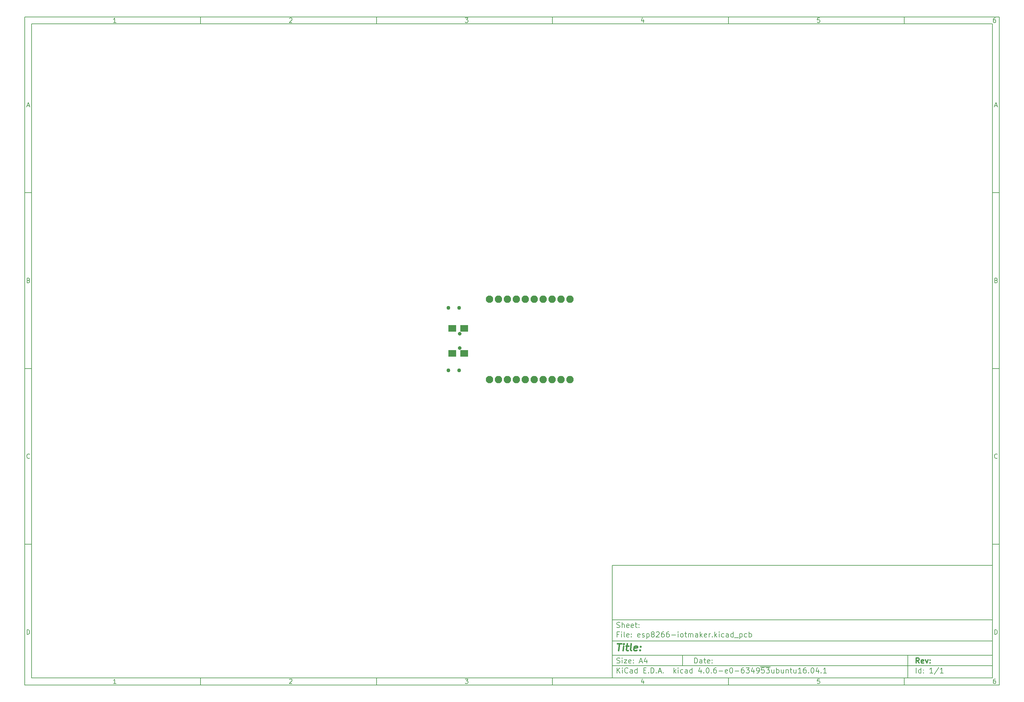
<source format=gbs>
G04 #@! TF.FileFunction,Soldermask,Bot*
%FSLAX46Y46*%
G04 Gerber Fmt 4.6, Leading zero omitted, Abs format (unit mm)*
G04 Created by KiCad (PCBNEW 4.0.6-e0-6349~53~ubuntu16.04.1) date Sun Nov 12 12:03:47 2017*
%MOMM*%
%LPD*%
G01*
G04 APERTURE LIST*
%ADD10C,0.100000*%
%ADD11C,0.150000*%
%ADD12C,0.300000*%
%ADD13C,0.400000*%
%ADD14C,2.100000*%
%ADD15O,2.100000X2.100000*%
%ADD16C,1.100000*%
%ADD17C,1.050000*%
G04 APERTURE END LIST*
D10*
D11*
X177002200Y-166007200D02*
X177002200Y-198007200D01*
X285002200Y-198007200D01*
X285002200Y-166007200D01*
X177002200Y-166007200D01*
D10*
D11*
X10000000Y-10000000D02*
X10000000Y-200007200D01*
X287002200Y-200007200D01*
X287002200Y-10000000D01*
X10000000Y-10000000D01*
D10*
D11*
X12000000Y-12000000D02*
X12000000Y-198007200D01*
X285002200Y-198007200D01*
X285002200Y-12000000D01*
X12000000Y-12000000D01*
D10*
D11*
X60000000Y-12000000D02*
X60000000Y-10000000D01*
D10*
D11*
X110000000Y-12000000D02*
X110000000Y-10000000D01*
D10*
D11*
X160000000Y-12000000D02*
X160000000Y-10000000D01*
D10*
D11*
X210000000Y-12000000D02*
X210000000Y-10000000D01*
D10*
D11*
X260000000Y-12000000D02*
X260000000Y-10000000D01*
D10*
D11*
X35990476Y-11588095D02*
X35247619Y-11588095D01*
X35619048Y-11588095D02*
X35619048Y-10288095D01*
X35495238Y-10473810D01*
X35371429Y-10597619D01*
X35247619Y-10659524D01*
D10*
D11*
X85247619Y-10411905D02*
X85309524Y-10350000D01*
X85433333Y-10288095D01*
X85742857Y-10288095D01*
X85866667Y-10350000D01*
X85928571Y-10411905D01*
X85990476Y-10535714D01*
X85990476Y-10659524D01*
X85928571Y-10845238D01*
X85185714Y-11588095D01*
X85990476Y-11588095D01*
D10*
D11*
X135185714Y-10288095D02*
X135990476Y-10288095D01*
X135557143Y-10783333D01*
X135742857Y-10783333D01*
X135866667Y-10845238D01*
X135928571Y-10907143D01*
X135990476Y-11030952D01*
X135990476Y-11340476D01*
X135928571Y-11464286D01*
X135866667Y-11526190D01*
X135742857Y-11588095D01*
X135371429Y-11588095D01*
X135247619Y-11526190D01*
X135185714Y-11464286D01*
D10*
D11*
X185866667Y-10721429D02*
X185866667Y-11588095D01*
X185557143Y-10226190D02*
X185247619Y-11154762D01*
X186052381Y-11154762D01*
D10*
D11*
X235928571Y-10288095D02*
X235309524Y-10288095D01*
X235247619Y-10907143D01*
X235309524Y-10845238D01*
X235433333Y-10783333D01*
X235742857Y-10783333D01*
X235866667Y-10845238D01*
X235928571Y-10907143D01*
X235990476Y-11030952D01*
X235990476Y-11340476D01*
X235928571Y-11464286D01*
X235866667Y-11526190D01*
X235742857Y-11588095D01*
X235433333Y-11588095D01*
X235309524Y-11526190D01*
X235247619Y-11464286D01*
D10*
D11*
X285866667Y-10288095D02*
X285619048Y-10288095D01*
X285495238Y-10350000D01*
X285433333Y-10411905D01*
X285309524Y-10597619D01*
X285247619Y-10845238D01*
X285247619Y-11340476D01*
X285309524Y-11464286D01*
X285371429Y-11526190D01*
X285495238Y-11588095D01*
X285742857Y-11588095D01*
X285866667Y-11526190D01*
X285928571Y-11464286D01*
X285990476Y-11340476D01*
X285990476Y-11030952D01*
X285928571Y-10907143D01*
X285866667Y-10845238D01*
X285742857Y-10783333D01*
X285495238Y-10783333D01*
X285371429Y-10845238D01*
X285309524Y-10907143D01*
X285247619Y-11030952D01*
D10*
D11*
X60000000Y-198007200D02*
X60000000Y-200007200D01*
D10*
D11*
X110000000Y-198007200D02*
X110000000Y-200007200D01*
D10*
D11*
X160000000Y-198007200D02*
X160000000Y-200007200D01*
D10*
D11*
X210000000Y-198007200D02*
X210000000Y-200007200D01*
D10*
D11*
X260000000Y-198007200D02*
X260000000Y-200007200D01*
D10*
D11*
X35990476Y-199595295D02*
X35247619Y-199595295D01*
X35619048Y-199595295D02*
X35619048Y-198295295D01*
X35495238Y-198481010D01*
X35371429Y-198604819D01*
X35247619Y-198666724D01*
D10*
D11*
X85247619Y-198419105D02*
X85309524Y-198357200D01*
X85433333Y-198295295D01*
X85742857Y-198295295D01*
X85866667Y-198357200D01*
X85928571Y-198419105D01*
X85990476Y-198542914D01*
X85990476Y-198666724D01*
X85928571Y-198852438D01*
X85185714Y-199595295D01*
X85990476Y-199595295D01*
D10*
D11*
X135185714Y-198295295D02*
X135990476Y-198295295D01*
X135557143Y-198790533D01*
X135742857Y-198790533D01*
X135866667Y-198852438D01*
X135928571Y-198914343D01*
X135990476Y-199038152D01*
X135990476Y-199347676D01*
X135928571Y-199471486D01*
X135866667Y-199533390D01*
X135742857Y-199595295D01*
X135371429Y-199595295D01*
X135247619Y-199533390D01*
X135185714Y-199471486D01*
D10*
D11*
X185866667Y-198728629D02*
X185866667Y-199595295D01*
X185557143Y-198233390D02*
X185247619Y-199161962D01*
X186052381Y-199161962D01*
D10*
D11*
X235928571Y-198295295D02*
X235309524Y-198295295D01*
X235247619Y-198914343D01*
X235309524Y-198852438D01*
X235433333Y-198790533D01*
X235742857Y-198790533D01*
X235866667Y-198852438D01*
X235928571Y-198914343D01*
X235990476Y-199038152D01*
X235990476Y-199347676D01*
X235928571Y-199471486D01*
X235866667Y-199533390D01*
X235742857Y-199595295D01*
X235433333Y-199595295D01*
X235309524Y-199533390D01*
X235247619Y-199471486D01*
D10*
D11*
X285866667Y-198295295D02*
X285619048Y-198295295D01*
X285495238Y-198357200D01*
X285433333Y-198419105D01*
X285309524Y-198604819D01*
X285247619Y-198852438D01*
X285247619Y-199347676D01*
X285309524Y-199471486D01*
X285371429Y-199533390D01*
X285495238Y-199595295D01*
X285742857Y-199595295D01*
X285866667Y-199533390D01*
X285928571Y-199471486D01*
X285990476Y-199347676D01*
X285990476Y-199038152D01*
X285928571Y-198914343D01*
X285866667Y-198852438D01*
X285742857Y-198790533D01*
X285495238Y-198790533D01*
X285371429Y-198852438D01*
X285309524Y-198914343D01*
X285247619Y-199038152D01*
D10*
D11*
X10000000Y-60000000D02*
X12000000Y-60000000D01*
D10*
D11*
X10000000Y-110000000D02*
X12000000Y-110000000D01*
D10*
D11*
X10000000Y-160000000D02*
X12000000Y-160000000D01*
D10*
D11*
X10690476Y-35216667D02*
X11309524Y-35216667D01*
X10566667Y-35588095D02*
X11000000Y-34288095D01*
X11433333Y-35588095D01*
D10*
D11*
X11092857Y-84907143D02*
X11278571Y-84969048D01*
X11340476Y-85030952D01*
X11402381Y-85154762D01*
X11402381Y-85340476D01*
X11340476Y-85464286D01*
X11278571Y-85526190D01*
X11154762Y-85588095D01*
X10659524Y-85588095D01*
X10659524Y-84288095D01*
X11092857Y-84288095D01*
X11216667Y-84350000D01*
X11278571Y-84411905D01*
X11340476Y-84535714D01*
X11340476Y-84659524D01*
X11278571Y-84783333D01*
X11216667Y-84845238D01*
X11092857Y-84907143D01*
X10659524Y-84907143D01*
D10*
D11*
X11402381Y-135464286D02*
X11340476Y-135526190D01*
X11154762Y-135588095D01*
X11030952Y-135588095D01*
X10845238Y-135526190D01*
X10721429Y-135402381D01*
X10659524Y-135278571D01*
X10597619Y-135030952D01*
X10597619Y-134845238D01*
X10659524Y-134597619D01*
X10721429Y-134473810D01*
X10845238Y-134350000D01*
X11030952Y-134288095D01*
X11154762Y-134288095D01*
X11340476Y-134350000D01*
X11402381Y-134411905D01*
D10*
D11*
X10659524Y-185588095D02*
X10659524Y-184288095D01*
X10969048Y-184288095D01*
X11154762Y-184350000D01*
X11278571Y-184473810D01*
X11340476Y-184597619D01*
X11402381Y-184845238D01*
X11402381Y-185030952D01*
X11340476Y-185278571D01*
X11278571Y-185402381D01*
X11154762Y-185526190D01*
X10969048Y-185588095D01*
X10659524Y-185588095D01*
D10*
D11*
X287002200Y-60000000D02*
X285002200Y-60000000D01*
D10*
D11*
X287002200Y-110000000D02*
X285002200Y-110000000D01*
D10*
D11*
X287002200Y-160000000D02*
X285002200Y-160000000D01*
D10*
D11*
X285692676Y-35216667D02*
X286311724Y-35216667D01*
X285568867Y-35588095D02*
X286002200Y-34288095D01*
X286435533Y-35588095D01*
D10*
D11*
X286095057Y-84907143D02*
X286280771Y-84969048D01*
X286342676Y-85030952D01*
X286404581Y-85154762D01*
X286404581Y-85340476D01*
X286342676Y-85464286D01*
X286280771Y-85526190D01*
X286156962Y-85588095D01*
X285661724Y-85588095D01*
X285661724Y-84288095D01*
X286095057Y-84288095D01*
X286218867Y-84350000D01*
X286280771Y-84411905D01*
X286342676Y-84535714D01*
X286342676Y-84659524D01*
X286280771Y-84783333D01*
X286218867Y-84845238D01*
X286095057Y-84907143D01*
X285661724Y-84907143D01*
D10*
D11*
X286404581Y-135464286D02*
X286342676Y-135526190D01*
X286156962Y-135588095D01*
X286033152Y-135588095D01*
X285847438Y-135526190D01*
X285723629Y-135402381D01*
X285661724Y-135278571D01*
X285599819Y-135030952D01*
X285599819Y-134845238D01*
X285661724Y-134597619D01*
X285723629Y-134473810D01*
X285847438Y-134350000D01*
X286033152Y-134288095D01*
X286156962Y-134288095D01*
X286342676Y-134350000D01*
X286404581Y-134411905D01*
D10*
D11*
X285661724Y-185588095D02*
X285661724Y-184288095D01*
X285971248Y-184288095D01*
X286156962Y-184350000D01*
X286280771Y-184473810D01*
X286342676Y-184597619D01*
X286404581Y-184845238D01*
X286404581Y-185030952D01*
X286342676Y-185278571D01*
X286280771Y-185402381D01*
X286156962Y-185526190D01*
X285971248Y-185588095D01*
X285661724Y-185588095D01*
D10*
D11*
X200359343Y-193785771D02*
X200359343Y-192285771D01*
X200716486Y-192285771D01*
X200930771Y-192357200D01*
X201073629Y-192500057D01*
X201145057Y-192642914D01*
X201216486Y-192928629D01*
X201216486Y-193142914D01*
X201145057Y-193428629D01*
X201073629Y-193571486D01*
X200930771Y-193714343D01*
X200716486Y-193785771D01*
X200359343Y-193785771D01*
X202502200Y-193785771D02*
X202502200Y-193000057D01*
X202430771Y-192857200D01*
X202287914Y-192785771D01*
X202002200Y-192785771D01*
X201859343Y-192857200D01*
X202502200Y-193714343D02*
X202359343Y-193785771D01*
X202002200Y-193785771D01*
X201859343Y-193714343D01*
X201787914Y-193571486D01*
X201787914Y-193428629D01*
X201859343Y-193285771D01*
X202002200Y-193214343D01*
X202359343Y-193214343D01*
X202502200Y-193142914D01*
X203002200Y-192785771D02*
X203573629Y-192785771D01*
X203216486Y-192285771D02*
X203216486Y-193571486D01*
X203287914Y-193714343D01*
X203430772Y-193785771D01*
X203573629Y-193785771D01*
X204645057Y-193714343D02*
X204502200Y-193785771D01*
X204216486Y-193785771D01*
X204073629Y-193714343D01*
X204002200Y-193571486D01*
X204002200Y-193000057D01*
X204073629Y-192857200D01*
X204216486Y-192785771D01*
X204502200Y-192785771D01*
X204645057Y-192857200D01*
X204716486Y-193000057D01*
X204716486Y-193142914D01*
X204002200Y-193285771D01*
X205359343Y-193642914D02*
X205430771Y-193714343D01*
X205359343Y-193785771D01*
X205287914Y-193714343D01*
X205359343Y-193642914D01*
X205359343Y-193785771D01*
X205359343Y-192857200D02*
X205430771Y-192928629D01*
X205359343Y-193000057D01*
X205287914Y-192928629D01*
X205359343Y-192857200D01*
X205359343Y-193000057D01*
D10*
D11*
X177002200Y-194507200D02*
X285002200Y-194507200D01*
D10*
D11*
X178359343Y-196585771D02*
X178359343Y-195085771D01*
X179216486Y-196585771D02*
X178573629Y-195728629D01*
X179216486Y-195085771D02*
X178359343Y-195942914D01*
X179859343Y-196585771D02*
X179859343Y-195585771D01*
X179859343Y-195085771D02*
X179787914Y-195157200D01*
X179859343Y-195228629D01*
X179930771Y-195157200D01*
X179859343Y-195085771D01*
X179859343Y-195228629D01*
X181430772Y-196442914D02*
X181359343Y-196514343D01*
X181145057Y-196585771D01*
X181002200Y-196585771D01*
X180787915Y-196514343D01*
X180645057Y-196371486D01*
X180573629Y-196228629D01*
X180502200Y-195942914D01*
X180502200Y-195728629D01*
X180573629Y-195442914D01*
X180645057Y-195300057D01*
X180787915Y-195157200D01*
X181002200Y-195085771D01*
X181145057Y-195085771D01*
X181359343Y-195157200D01*
X181430772Y-195228629D01*
X182716486Y-196585771D02*
X182716486Y-195800057D01*
X182645057Y-195657200D01*
X182502200Y-195585771D01*
X182216486Y-195585771D01*
X182073629Y-195657200D01*
X182716486Y-196514343D02*
X182573629Y-196585771D01*
X182216486Y-196585771D01*
X182073629Y-196514343D01*
X182002200Y-196371486D01*
X182002200Y-196228629D01*
X182073629Y-196085771D01*
X182216486Y-196014343D01*
X182573629Y-196014343D01*
X182716486Y-195942914D01*
X184073629Y-196585771D02*
X184073629Y-195085771D01*
X184073629Y-196514343D02*
X183930772Y-196585771D01*
X183645058Y-196585771D01*
X183502200Y-196514343D01*
X183430772Y-196442914D01*
X183359343Y-196300057D01*
X183359343Y-195871486D01*
X183430772Y-195728629D01*
X183502200Y-195657200D01*
X183645058Y-195585771D01*
X183930772Y-195585771D01*
X184073629Y-195657200D01*
X185930772Y-195800057D02*
X186430772Y-195800057D01*
X186645058Y-196585771D02*
X185930772Y-196585771D01*
X185930772Y-195085771D01*
X186645058Y-195085771D01*
X187287915Y-196442914D02*
X187359343Y-196514343D01*
X187287915Y-196585771D01*
X187216486Y-196514343D01*
X187287915Y-196442914D01*
X187287915Y-196585771D01*
X188002201Y-196585771D02*
X188002201Y-195085771D01*
X188359344Y-195085771D01*
X188573629Y-195157200D01*
X188716487Y-195300057D01*
X188787915Y-195442914D01*
X188859344Y-195728629D01*
X188859344Y-195942914D01*
X188787915Y-196228629D01*
X188716487Y-196371486D01*
X188573629Y-196514343D01*
X188359344Y-196585771D01*
X188002201Y-196585771D01*
X189502201Y-196442914D02*
X189573629Y-196514343D01*
X189502201Y-196585771D01*
X189430772Y-196514343D01*
X189502201Y-196442914D01*
X189502201Y-196585771D01*
X190145058Y-196157200D02*
X190859344Y-196157200D01*
X190002201Y-196585771D02*
X190502201Y-195085771D01*
X191002201Y-196585771D01*
X191502201Y-196442914D02*
X191573629Y-196514343D01*
X191502201Y-196585771D01*
X191430772Y-196514343D01*
X191502201Y-196442914D01*
X191502201Y-196585771D01*
X194502201Y-196585771D02*
X194502201Y-195085771D01*
X194645058Y-196014343D02*
X195073629Y-196585771D01*
X195073629Y-195585771D02*
X194502201Y-196157200D01*
X195716487Y-196585771D02*
X195716487Y-195585771D01*
X195716487Y-195085771D02*
X195645058Y-195157200D01*
X195716487Y-195228629D01*
X195787915Y-195157200D01*
X195716487Y-195085771D01*
X195716487Y-195228629D01*
X197073630Y-196514343D02*
X196930773Y-196585771D01*
X196645059Y-196585771D01*
X196502201Y-196514343D01*
X196430773Y-196442914D01*
X196359344Y-196300057D01*
X196359344Y-195871486D01*
X196430773Y-195728629D01*
X196502201Y-195657200D01*
X196645059Y-195585771D01*
X196930773Y-195585771D01*
X197073630Y-195657200D01*
X198359344Y-196585771D02*
X198359344Y-195800057D01*
X198287915Y-195657200D01*
X198145058Y-195585771D01*
X197859344Y-195585771D01*
X197716487Y-195657200D01*
X198359344Y-196514343D02*
X198216487Y-196585771D01*
X197859344Y-196585771D01*
X197716487Y-196514343D01*
X197645058Y-196371486D01*
X197645058Y-196228629D01*
X197716487Y-196085771D01*
X197859344Y-196014343D01*
X198216487Y-196014343D01*
X198359344Y-195942914D01*
X199716487Y-196585771D02*
X199716487Y-195085771D01*
X199716487Y-196514343D02*
X199573630Y-196585771D01*
X199287916Y-196585771D01*
X199145058Y-196514343D01*
X199073630Y-196442914D01*
X199002201Y-196300057D01*
X199002201Y-195871486D01*
X199073630Y-195728629D01*
X199145058Y-195657200D01*
X199287916Y-195585771D01*
X199573630Y-195585771D01*
X199716487Y-195657200D01*
X202216487Y-195585771D02*
X202216487Y-196585771D01*
X201859344Y-195014343D02*
X201502201Y-196085771D01*
X202430773Y-196085771D01*
X203002201Y-196442914D02*
X203073629Y-196514343D01*
X203002201Y-196585771D01*
X202930772Y-196514343D01*
X203002201Y-196442914D01*
X203002201Y-196585771D01*
X204002201Y-195085771D02*
X204145058Y-195085771D01*
X204287915Y-195157200D01*
X204359344Y-195228629D01*
X204430773Y-195371486D01*
X204502201Y-195657200D01*
X204502201Y-196014343D01*
X204430773Y-196300057D01*
X204359344Y-196442914D01*
X204287915Y-196514343D01*
X204145058Y-196585771D01*
X204002201Y-196585771D01*
X203859344Y-196514343D01*
X203787915Y-196442914D01*
X203716487Y-196300057D01*
X203645058Y-196014343D01*
X203645058Y-195657200D01*
X203716487Y-195371486D01*
X203787915Y-195228629D01*
X203859344Y-195157200D01*
X204002201Y-195085771D01*
X205145058Y-196442914D02*
X205216486Y-196514343D01*
X205145058Y-196585771D01*
X205073629Y-196514343D01*
X205145058Y-196442914D01*
X205145058Y-196585771D01*
X206502201Y-195085771D02*
X206216487Y-195085771D01*
X206073630Y-195157200D01*
X206002201Y-195228629D01*
X205859344Y-195442914D01*
X205787915Y-195728629D01*
X205787915Y-196300057D01*
X205859344Y-196442914D01*
X205930772Y-196514343D01*
X206073630Y-196585771D01*
X206359344Y-196585771D01*
X206502201Y-196514343D01*
X206573630Y-196442914D01*
X206645058Y-196300057D01*
X206645058Y-195942914D01*
X206573630Y-195800057D01*
X206502201Y-195728629D01*
X206359344Y-195657200D01*
X206073630Y-195657200D01*
X205930772Y-195728629D01*
X205859344Y-195800057D01*
X205787915Y-195942914D01*
X207287915Y-196014343D02*
X208430772Y-196014343D01*
X209716486Y-196514343D02*
X209573629Y-196585771D01*
X209287915Y-196585771D01*
X209145058Y-196514343D01*
X209073629Y-196371486D01*
X209073629Y-195800057D01*
X209145058Y-195657200D01*
X209287915Y-195585771D01*
X209573629Y-195585771D01*
X209716486Y-195657200D01*
X209787915Y-195800057D01*
X209787915Y-195942914D01*
X209073629Y-196085771D01*
X210716486Y-195085771D02*
X210859343Y-195085771D01*
X211002200Y-195157200D01*
X211073629Y-195228629D01*
X211145058Y-195371486D01*
X211216486Y-195657200D01*
X211216486Y-196014343D01*
X211145058Y-196300057D01*
X211073629Y-196442914D01*
X211002200Y-196514343D01*
X210859343Y-196585771D01*
X210716486Y-196585771D01*
X210573629Y-196514343D01*
X210502200Y-196442914D01*
X210430772Y-196300057D01*
X210359343Y-196014343D01*
X210359343Y-195657200D01*
X210430772Y-195371486D01*
X210502200Y-195228629D01*
X210573629Y-195157200D01*
X210716486Y-195085771D01*
X211859343Y-196014343D02*
X213002200Y-196014343D01*
X214359343Y-195085771D02*
X214073629Y-195085771D01*
X213930772Y-195157200D01*
X213859343Y-195228629D01*
X213716486Y-195442914D01*
X213645057Y-195728629D01*
X213645057Y-196300057D01*
X213716486Y-196442914D01*
X213787914Y-196514343D01*
X213930772Y-196585771D01*
X214216486Y-196585771D01*
X214359343Y-196514343D01*
X214430772Y-196442914D01*
X214502200Y-196300057D01*
X214502200Y-195942914D01*
X214430772Y-195800057D01*
X214359343Y-195728629D01*
X214216486Y-195657200D01*
X213930772Y-195657200D01*
X213787914Y-195728629D01*
X213716486Y-195800057D01*
X213645057Y-195942914D01*
X215002200Y-195085771D02*
X215930771Y-195085771D01*
X215430771Y-195657200D01*
X215645057Y-195657200D01*
X215787914Y-195728629D01*
X215859343Y-195800057D01*
X215930771Y-195942914D01*
X215930771Y-196300057D01*
X215859343Y-196442914D01*
X215787914Y-196514343D01*
X215645057Y-196585771D01*
X215216485Y-196585771D01*
X215073628Y-196514343D01*
X215002200Y-196442914D01*
X217216485Y-195585771D02*
X217216485Y-196585771D01*
X216859342Y-195014343D02*
X216502199Y-196085771D01*
X217430771Y-196085771D01*
X218073627Y-196585771D02*
X218359342Y-196585771D01*
X218502199Y-196514343D01*
X218573627Y-196442914D01*
X218716485Y-196228629D01*
X218787913Y-195942914D01*
X218787913Y-195371486D01*
X218716485Y-195228629D01*
X218645056Y-195157200D01*
X218502199Y-195085771D01*
X218216485Y-195085771D01*
X218073627Y-195157200D01*
X218002199Y-195228629D01*
X217930770Y-195371486D01*
X217930770Y-195728629D01*
X218002199Y-195871486D01*
X218073627Y-195942914D01*
X218216485Y-196014343D01*
X218502199Y-196014343D01*
X218645056Y-195942914D01*
X218716485Y-195871486D01*
X218787913Y-195728629D01*
X220145056Y-195085771D02*
X219430770Y-195085771D01*
X219359341Y-195800057D01*
X219430770Y-195728629D01*
X219573627Y-195657200D01*
X219930770Y-195657200D01*
X220073627Y-195728629D01*
X220145056Y-195800057D01*
X220216484Y-195942914D01*
X220216484Y-196300057D01*
X220145056Y-196442914D01*
X220073627Y-196514343D01*
X219930770Y-196585771D01*
X219573627Y-196585771D01*
X219430770Y-196514343D01*
X219359341Y-196442914D01*
X220716484Y-195085771D02*
X221645055Y-195085771D01*
X221145055Y-195657200D01*
X221359341Y-195657200D01*
X221502198Y-195728629D01*
X221573627Y-195800057D01*
X221645055Y-195942914D01*
X221645055Y-196300057D01*
X221573627Y-196442914D01*
X221502198Y-196514343D01*
X221359341Y-196585771D01*
X220930769Y-196585771D01*
X220787912Y-196514343D01*
X220716484Y-196442914D01*
X219073627Y-194827200D02*
X221930769Y-194827200D01*
X222930769Y-195585771D02*
X222930769Y-196585771D01*
X222287912Y-195585771D02*
X222287912Y-196371486D01*
X222359340Y-196514343D01*
X222502198Y-196585771D01*
X222716483Y-196585771D01*
X222859340Y-196514343D01*
X222930769Y-196442914D01*
X223645055Y-196585771D02*
X223645055Y-195085771D01*
X223645055Y-195657200D02*
X223787912Y-195585771D01*
X224073626Y-195585771D01*
X224216483Y-195657200D01*
X224287912Y-195728629D01*
X224359341Y-195871486D01*
X224359341Y-196300057D01*
X224287912Y-196442914D01*
X224216483Y-196514343D01*
X224073626Y-196585771D01*
X223787912Y-196585771D01*
X223645055Y-196514343D01*
X225645055Y-195585771D02*
X225645055Y-196585771D01*
X225002198Y-195585771D02*
X225002198Y-196371486D01*
X225073626Y-196514343D01*
X225216484Y-196585771D01*
X225430769Y-196585771D01*
X225573626Y-196514343D01*
X225645055Y-196442914D01*
X226359341Y-195585771D02*
X226359341Y-196585771D01*
X226359341Y-195728629D02*
X226430769Y-195657200D01*
X226573627Y-195585771D01*
X226787912Y-195585771D01*
X226930769Y-195657200D01*
X227002198Y-195800057D01*
X227002198Y-196585771D01*
X227502198Y-195585771D02*
X228073627Y-195585771D01*
X227716484Y-195085771D02*
X227716484Y-196371486D01*
X227787912Y-196514343D01*
X227930770Y-196585771D01*
X228073627Y-196585771D01*
X229216484Y-195585771D02*
X229216484Y-196585771D01*
X228573627Y-195585771D02*
X228573627Y-196371486D01*
X228645055Y-196514343D01*
X228787913Y-196585771D01*
X229002198Y-196585771D01*
X229145055Y-196514343D01*
X229216484Y-196442914D01*
X230716484Y-196585771D02*
X229859341Y-196585771D01*
X230287913Y-196585771D02*
X230287913Y-195085771D01*
X230145056Y-195300057D01*
X230002198Y-195442914D01*
X229859341Y-195514343D01*
X232002198Y-195085771D02*
X231716484Y-195085771D01*
X231573627Y-195157200D01*
X231502198Y-195228629D01*
X231359341Y-195442914D01*
X231287912Y-195728629D01*
X231287912Y-196300057D01*
X231359341Y-196442914D01*
X231430769Y-196514343D01*
X231573627Y-196585771D01*
X231859341Y-196585771D01*
X232002198Y-196514343D01*
X232073627Y-196442914D01*
X232145055Y-196300057D01*
X232145055Y-195942914D01*
X232073627Y-195800057D01*
X232002198Y-195728629D01*
X231859341Y-195657200D01*
X231573627Y-195657200D01*
X231430769Y-195728629D01*
X231359341Y-195800057D01*
X231287912Y-195942914D01*
X232787912Y-196442914D02*
X232859340Y-196514343D01*
X232787912Y-196585771D01*
X232716483Y-196514343D01*
X232787912Y-196442914D01*
X232787912Y-196585771D01*
X233787912Y-195085771D02*
X233930769Y-195085771D01*
X234073626Y-195157200D01*
X234145055Y-195228629D01*
X234216484Y-195371486D01*
X234287912Y-195657200D01*
X234287912Y-196014343D01*
X234216484Y-196300057D01*
X234145055Y-196442914D01*
X234073626Y-196514343D01*
X233930769Y-196585771D01*
X233787912Y-196585771D01*
X233645055Y-196514343D01*
X233573626Y-196442914D01*
X233502198Y-196300057D01*
X233430769Y-196014343D01*
X233430769Y-195657200D01*
X233502198Y-195371486D01*
X233573626Y-195228629D01*
X233645055Y-195157200D01*
X233787912Y-195085771D01*
X235573626Y-195585771D02*
X235573626Y-196585771D01*
X235216483Y-195014343D02*
X234859340Y-196085771D01*
X235787912Y-196085771D01*
X236359340Y-196442914D02*
X236430768Y-196514343D01*
X236359340Y-196585771D01*
X236287911Y-196514343D01*
X236359340Y-196442914D01*
X236359340Y-196585771D01*
X237859340Y-196585771D02*
X237002197Y-196585771D01*
X237430769Y-196585771D02*
X237430769Y-195085771D01*
X237287912Y-195300057D01*
X237145054Y-195442914D01*
X237002197Y-195514343D01*
D10*
D11*
X177002200Y-191507200D02*
X285002200Y-191507200D01*
D10*
D12*
X264216486Y-193785771D02*
X263716486Y-193071486D01*
X263359343Y-193785771D02*
X263359343Y-192285771D01*
X263930771Y-192285771D01*
X264073629Y-192357200D01*
X264145057Y-192428629D01*
X264216486Y-192571486D01*
X264216486Y-192785771D01*
X264145057Y-192928629D01*
X264073629Y-193000057D01*
X263930771Y-193071486D01*
X263359343Y-193071486D01*
X265430771Y-193714343D02*
X265287914Y-193785771D01*
X265002200Y-193785771D01*
X264859343Y-193714343D01*
X264787914Y-193571486D01*
X264787914Y-193000057D01*
X264859343Y-192857200D01*
X265002200Y-192785771D01*
X265287914Y-192785771D01*
X265430771Y-192857200D01*
X265502200Y-193000057D01*
X265502200Y-193142914D01*
X264787914Y-193285771D01*
X266002200Y-192785771D02*
X266359343Y-193785771D01*
X266716485Y-192785771D01*
X267287914Y-193642914D02*
X267359342Y-193714343D01*
X267287914Y-193785771D01*
X267216485Y-193714343D01*
X267287914Y-193642914D01*
X267287914Y-193785771D01*
X267287914Y-192857200D02*
X267359342Y-192928629D01*
X267287914Y-193000057D01*
X267216485Y-192928629D01*
X267287914Y-192857200D01*
X267287914Y-193000057D01*
D10*
D11*
X178287914Y-193714343D02*
X178502200Y-193785771D01*
X178859343Y-193785771D01*
X179002200Y-193714343D01*
X179073629Y-193642914D01*
X179145057Y-193500057D01*
X179145057Y-193357200D01*
X179073629Y-193214343D01*
X179002200Y-193142914D01*
X178859343Y-193071486D01*
X178573629Y-193000057D01*
X178430771Y-192928629D01*
X178359343Y-192857200D01*
X178287914Y-192714343D01*
X178287914Y-192571486D01*
X178359343Y-192428629D01*
X178430771Y-192357200D01*
X178573629Y-192285771D01*
X178930771Y-192285771D01*
X179145057Y-192357200D01*
X179787914Y-193785771D02*
X179787914Y-192785771D01*
X179787914Y-192285771D02*
X179716485Y-192357200D01*
X179787914Y-192428629D01*
X179859342Y-192357200D01*
X179787914Y-192285771D01*
X179787914Y-192428629D01*
X180359343Y-192785771D02*
X181145057Y-192785771D01*
X180359343Y-193785771D01*
X181145057Y-193785771D01*
X182287914Y-193714343D02*
X182145057Y-193785771D01*
X181859343Y-193785771D01*
X181716486Y-193714343D01*
X181645057Y-193571486D01*
X181645057Y-193000057D01*
X181716486Y-192857200D01*
X181859343Y-192785771D01*
X182145057Y-192785771D01*
X182287914Y-192857200D01*
X182359343Y-193000057D01*
X182359343Y-193142914D01*
X181645057Y-193285771D01*
X183002200Y-193642914D02*
X183073628Y-193714343D01*
X183002200Y-193785771D01*
X182930771Y-193714343D01*
X183002200Y-193642914D01*
X183002200Y-193785771D01*
X183002200Y-192857200D02*
X183073628Y-192928629D01*
X183002200Y-193000057D01*
X182930771Y-192928629D01*
X183002200Y-192857200D01*
X183002200Y-193000057D01*
X184787914Y-193357200D02*
X185502200Y-193357200D01*
X184645057Y-193785771D02*
X185145057Y-192285771D01*
X185645057Y-193785771D01*
X186787914Y-192785771D02*
X186787914Y-193785771D01*
X186430771Y-192214343D02*
X186073628Y-193285771D01*
X187002200Y-193285771D01*
D10*
D11*
X263359343Y-196585771D02*
X263359343Y-195085771D01*
X264716486Y-196585771D02*
X264716486Y-195085771D01*
X264716486Y-196514343D02*
X264573629Y-196585771D01*
X264287915Y-196585771D01*
X264145057Y-196514343D01*
X264073629Y-196442914D01*
X264002200Y-196300057D01*
X264002200Y-195871486D01*
X264073629Y-195728629D01*
X264145057Y-195657200D01*
X264287915Y-195585771D01*
X264573629Y-195585771D01*
X264716486Y-195657200D01*
X265430772Y-196442914D02*
X265502200Y-196514343D01*
X265430772Y-196585771D01*
X265359343Y-196514343D01*
X265430772Y-196442914D01*
X265430772Y-196585771D01*
X265430772Y-195657200D02*
X265502200Y-195728629D01*
X265430772Y-195800057D01*
X265359343Y-195728629D01*
X265430772Y-195657200D01*
X265430772Y-195800057D01*
X268073629Y-196585771D02*
X267216486Y-196585771D01*
X267645058Y-196585771D02*
X267645058Y-195085771D01*
X267502201Y-195300057D01*
X267359343Y-195442914D01*
X267216486Y-195514343D01*
X269787914Y-195014343D02*
X268502200Y-196942914D01*
X271073629Y-196585771D02*
X270216486Y-196585771D01*
X270645058Y-196585771D02*
X270645058Y-195085771D01*
X270502201Y-195300057D01*
X270359343Y-195442914D01*
X270216486Y-195514343D01*
D10*
D11*
X177002200Y-187507200D02*
X285002200Y-187507200D01*
D10*
D13*
X178454581Y-188211962D02*
X179597438Y-188211962D01*
X178776010Y-190211962D02*
X179026010Y-188211962D01*
X180014105Y-190211962D02*
X180180771Y-188878629D01*
X180264105Y-188211962D02*
X180156962Y-188307200D01*
X180240295Y-188402438D01*
X180347439Y-188307200D01*
X180264105Y-188211962D01*
X180240295Y-188402438D01*
X180847438Y-188878629D02*
X181609343Y-188878629D01*
X181216486Y-188211962D02*
X181002200Y-189926248D01*
X181073630Y-190116724D01*
X181252201Y-190211962D01*
X181442677Y-190211962D01*
X182395058Y-190211962D02*
X182216487Y-190116724D01*
X182145057Y-189926248D01*
X182359343Y-188211962D01*
X183930772Y-190116724D02*
X183728391Y-190211962D01*
X183347439Y-190211962D01*
X183168867Y-190116724D01*
X183097438Y-189926248D01*
X183192676Y-189164343D01*
X183311724Y-188973867D01*
X183514105Y-188878629D01*
X183895057Y-188878629D01*
X184073629Y-188973867D01*
X184145057Y-189164343D01*
X184121248Y-189354819D01*
X183145057Y-189545295D01*
X184895057Y-190021486D02*
X184978392Y-190116724D01*
X184871248Y-190211962D01*
X184787915Y-190116724D01*
X184895057Y-190021486D01*
X184871248Y-190211962D01*
X185026010Y-188973867D02*
X185109344Y-189069105D01*
X185002200Y-189164343D01*
X184918867Y-189069105D01*
X185026010Y-188973867D01*
X185002200Y-189164343D01*
D10*
D11*
X178859343Y-185600057D02*
X178359343Y-185600057D01*
X178359343Y-186385771D02*
X178359343Y-184885771D01*
X179073629Y-184885771D01*
X179645057Y-186385771D02*
X179645057Y-185385771D01*
X179645057Y-184885771D02*
X179573628Y-184957200D01*
X179645057Y-185028629D01*
X179716485Y-184957200D01*
X179645057Y-184885771D01*
X179645057Y-185028629D01*
X180573629Y-186385771D02*
X180430771Y-186314343D01*
X180359343Y-186171486D01*
X180359343Y-184885771D01*
X181716485Y-186314343D02*
X181573628Y-186385771D01*
X181287914Y-186385771D01*
X181145057Y-186314343D01*
X181073628Y-186171486D01*
X181073628Y-185600057D01*
X181145057Y-185457200D01*
X181287914Y-185385771D01*
X181573628Y-185385771D01*
X181716485Y-185457200D01*
X181787914Y-185600057D01*
X181787914Y-185742914D01*
X181073628Y-185885771D01*
X182430771Y-186242914D02*
X182502199Y-186314343D01*
X182430771Y-186385771D01*
X182359342Y-186314343D01*
X182430771Y-186242914D01*
X182430771Y-186385771D01*
X182430771Y-185457200D02*
X182502199Y-185528629D01*
X182430771Y-185600057D01*
X182359342Y-185528629D01*
X182430771Y-185457200D01*
X182430771Y-185600057D01*
X184859342Y-186314343D02*
X184716485Y-186385771D01*
X184430771Y-186385771D01*
X184287914Y-186314343D01*
X184216485Y-186171486D01*
X184216485Y-185600057D01*
X184287914Y-185457200D01*
X184430771Y-185385771D01*
X184716485Y-185385771D01*
X184859342Y-185457200D01*
X184930771Y-185600057D01*
X184930771Y-185742914D01*
X184216485Y-185885771D01*
X185502199Y-186314343D02*
X185645056Y-186385771D01*
X185930771Y-186385771D01*
X186073628Y-186314343D01*
X186145056Y-186171486D01*
X186145056Y-186100057D01*
X186073628Y-185957200D01*
X185930771Y-185885771D01*
X185716485Y-185885771D01*
X185573628Y-185814343D01*
X185502199Y-185671486D01*
X185502199Y-185600057D01*
X185573628Y-185457200D01*
X185716485Y-185385771D01*
X185930771Y-185385771D01*
X186073628Y-185457200D01*
X186787914Y-185385771D02*
X186787914Y-186885771D01*
X186787914Y-185457200D02*
X186930771Y-185385771D01*
X187216485Y-185385771D01*
X187359342Y-185457200D01*
X187430771Y-185528629D01*
X187502200Y-185671486D01*
X187502200Y-186100057D01*
X187430771Y-186242914D01*
X187359342Y-186314343D01*
X187216485Y-186385771D01*
X186930771Y-186385771D01*
X186787914Y-186314343D01*
X188359343Y-185528629D02*
X188216485Y-185457200D01*
X188145057Y-185385771D01*
X188073628Y-185242914D01*
X188073628Y-185171486D01*
X188145057Y-185028629D01*
X188216485Y-184957200D01*
X188359343Y-184885771D01*
X188645057Y-184885771D01*
X188787914Y-184957200D01*
X188859343Y-185028629D01*
X188930771Y-185171486D01*
X188930771Y-185242914D01*
X188859343Y-185385771D01*
X188787914Y-185457200D01*
X188645057Y-185528629D01*
X188359343Y-185528629D01*
X188216485Y-185600057D01*
X188145057Y-185671486D01*
X188073628Y-185814343D01*
X188073628Y-186100057D01*
X188145057Y-186242914D01*
X188216485Y-186314343D01*
X188359343Y-186385771D01*
X188645057Y-186385771D01*
X188787914Y-186314343D01*
X188859343Y-186242914D01*
X188930771Y-186100057D01*
X188930771Y-185814343D01*
X188859343Y-185671486D01*
X188787914Y-185600057D01*
X188645057Y-185528629D01*
X189502199Y-185028629D02*
X189573628Y-184957200D01*
X189716485Y-184885771D01*
X190073628Y-184885771D01*
X190216485Y-184957200D01*
X190287914Y-185028629D01*
X190359342Y-185171486D01*
X190359342Y-185314343D01*
X190287914Y-185528629D01*
X189430771Y-186385771D01*
X190359342Y-186385771D01*
X191645056Y-184885771D02*
X191359342Y-184885771D01*
X191216485Y-184957200D01*
X191145056Y-185028629D01*
X191002199Y-185242914D01*
X190930770Y-185528629D01*
X190930770Y-186100057D01*
X191002199Y-186242914D01*
X191073627Y-186314343D01*
X191216485Y-186385771D01*
X191502199Y-186385771D01*
X191645056Y-186314343D01*
X191716485Y-186242914D01*
X191787913Y-186100057D01*
X191787913Y-185742914D01*
X191716485Y-185600057D01*
X191645056Y-185528629D01*
X191502199Y-185457200D01*
X191216485Y-185457200D01*
X191073627Y-185528629D01*
X191002199Y-185600057D01*
X190930770Y-185742914D01*
X193073627Y-184885771D02*
X192787913Y-184885771D01*
X192645056Y-184957200D01*
X192573627Y-185028629D01*
X192430770Y-185242914D01*
X192359341Y-185528629D01*
X192359341Y-186100057D01*
X192430770Y-186242914D01*
X192502198Y-186314343D01*
X192645056Y-186385771D01*
X192930770Y-186385771D01*
X193073627Y-186314343D01*
X193145056Y-186242914D01*
X193216484Y-186100057D01*
X193216484Y-185742914D01*
X193145056Y-185600057D01*
X193073627Y-185528629D01*
X192930770Y-185457200D01*
X192645056Y-185457200D01*
X192502198Y-185528629D01*
X192430770Y-185600057D01*
X192359341Y-185742914D01*
X193859341Y-185814343D02*
X195002198Y-185814343D01*
X195716484Y-186385771D02*
X195716484Y-185385771D01*
X195716484Y-184885771D02*
X195645055Y-184957200D01*
X195716484Y-185028629D01*
X195787912Y-184957200D01*
X195716484Y-184885771D01*
X195716484Y-185028629D01*
X196645056Y-186385771D02*
X196502198Y-186314343D01*
X196430770Y-186242914D01*
X196359341Y-186100057D01*
X196359341Y-185671486D01*
X196430770Y-185528629D01*
X196502198Y-185457200D01*
X196645056Y-185385771D01*
X196859341Y-185385771D01*
X197002198Y-185457200D01*
X197073627Y-185528629D01*
X197145056Y-185671486D01*
X197145056Y-186100057D01*
X197073627Y-186242914D01*
X197002198Y-186314343D01*
X196859341Y-186385771D01*
X196645056Y-186385771D01*
X197573627Y-185385771D02*
X198145056Y-185385771D01*
X197787913Y-184885771D02*
X197787913Y-186171486D01*
X197859341Y-186314343D01*
X198002199Y-186385771D01*
X198145056Y-186385771D01*
X198645056Y-186385771D02*
X198645056Y-185385771D01*
X198645056Y-185528629D02*
X198716484Y-185457200D01*
X198859342Y-185385771D01*
X199073627Y-185385771D01*
X199216484Y-185457200D01*
X199287913Y-185600057D01*
X199287913Y-186385771D01*
X199287913Y-185600057D02*
X199359342Y-185457200D01*
X199502199Y-185385771D01*
X199716484Y-185385771D01*
X199859342Y-185457200D01*
X199930770Y-185600057D01*
X199930770Y-186385771D01*
X201287913Y-186385771D02*
X201287913Y-185600057D01*
X201216484Y-185457200D01*
X201073627Y-185385771D01*
X200787913Y-185385771D01*
X200645056Y-185457200D01*
X201287913Y-186314343D02*
X201145056Y-186385771D01*
X200787913Y-186385771D01*
X200645056Y-186314343D01*
X200573627Y-186171486D01*
X200573627Y-186028629D01*
X200645056Y-185885771D01*
X200787913Y-185814343D01*
X201145056Y-185814343D01*
X201287913Y-185742914D01*
X202002199Y-186385771D02*
X202002199Y-184885771D01*
X202145056Y-185814343D02*
X202573627Y-186385771D01*
X202573627Y-185385771D02*
X202002199Y-185957200D01*
X203787913Y-186314343D02*
X203645056Y-186385771D01*
X203359342Y-186385771D01*
X203216485Y-186314343D01*
X203145056Y-186171486D01*
X203145056Y-185600057D01*
X203216485Y-185457200D01*
X203359342Y-185385771D01*
X203645056Y-185385771D01*
X203787913Y-185457200D01*
X203859342Y-185600057D01*
X203859342Y-185742914D01*
X203145056Y-185885771D01*
X204502199Y-186385771D02*
X204502199Y-185385771D01*
X204502199Y-185671486D02*
X204573627Y-185528629D01*
X204645056Y-185457200D01*
X204787913Y-185385771D01*
X204930770Y-185385771D01*
X205430770Y-186242914D02*
X205502198Y-186314343D01*
X205430770Y-186385771D01*
X205359341Y-186314343D01*
X205430770Y-186242914D01*
X205430770Y-186385771D01*
X206145056Y-186385771D02*
X206145056Y-184885771D01*
X206287913Y-185814343D02*
X206716484Y-186385771D01*
X206716484Y-185385771D02*
X206145056Y-185957200D01*
X207359342Y-186385771D02*
X207359342Y-185385771D01*
X207359342Y-184885771D02*
X207287913Y-184957200D01*
X207359342Y-185028629D01*
X207430770Y-184957200D01*
X207359342Y-184885771D01*
X207359342Y-185028629D01*
X208716485Y-186314343D02*
X208573628Y-186385771D01*
X208287914Y-186385771D01*
X208145056Y-186314343D01*
X208073628Y-186242914D01*
X208002199Y-186100057D01*
X208002199Y-185671486D01*
X208073628Y-185528629D01*
X208145056Y-185457200D01*
X208287914Y-185385771D01*
X208573628Y-185385771D01*
X208716485Y-185457200D01*
X210002199Y-186385771D02*
X210002199Y-185600057D01*
X209930770Y-185457200D01*
X209787913Y-185385771D01*
X209502199Y-185385771D01*
X209359342Y-185457200D01*
X210002199Y-186314343D02*
X209859342Y-186385771D01*
X209502199Y-186385771D01*
X209359342Y-186314343D01*
X209287913Y-186171486D01*
X209287913Y-186028629D01*
X209359342Y-185885771D01*
X209502199Y-185814343D01*
X209859342Y-185814343D01*
X210002199Y-185742914D01*
X211359342Y-186385771D02*
X211359342Y-184885771D01*
X211359342Y-186314343D02*
X211216485Y-186385771D01*
X210930771Y-186385771D01*
X210787913Y-186314343D01*
X210716485Y-186242914D01*
X210645056Y-186100057D01*
X210645056Y-185671486D01*
X210716485Y-185528629D01*
X210787913Y-185457200D01*
X210930771Y-185385771D01*
X211216485Y-185385771D01*
X211359342Y-185457200D01*
X211716485Y-186528629D02*
X212859342Y-186528629D01*
X213216485Y-185385771D02*
X213216485Y-186885771D01*
X213216485Y-185457200D02*
X213359342Y-185385771D01*
X213645056Y-185385771D01*
X213787913Y-185457200D01*
X213859342Y-185528629D01*
X213930771Y-185671486D01*
X213930771Y-186100057D01*
X213859342Y-186242914D01*
X213787913Y-186314343D01*
X213645056Y-186385771D01*
X213359342Y-186385771D01*
X213216485Y-186314343D01*
X215216485Y-186314343D02*
X215073628Y-186385771D01*
X214787914Y-186385771D01*
X214645056Y-186314343D01*
X214573628Y-186242914D01*
X214502199Y-186100057D01*
X214502199Y-185671486D01*
X214573628Y-185528629D01*
X214645056Y-185457200D01*
X214787914Y-185385771D01*
X215073628Y-185385771D01*
X215216485Y-185457200D01*
X215859342Y-186385771D02*
X215859342Y-184885771D01*
X215859342Y-185457200D02*
X216002199Y-185385771D01*
X216287913Y-185385771D01*
X216430770Y-185457200D01*
X216502199Y-185528629D01*
X216573628Y-185671486D01*
X216573628Y-186100057D01*
X216502199Y-186242914D01*
X216430770Y-186314343D01*
X216287913Y-186385771D01*
X216002199Y-186385771D01*
X215859342Y-186314343D01*
D10*
D11*
X177002200Y-181507200D02*
X285002200Y-181507200D01*
D10*
D11*
X178287914Y-183614343D02*
X178502200Y-183685771D01*
X178859343Y-183685771D01*
X179002200Y-183614343D01*
X179073629Y-183542914D01*
X179145057Y-183400057D01*
X179145057Y-183257200D01*
X179073629Y-183114343D01*
X179002200Y-183042914D01*
X178859343Y-182971486D01*
X178573629Y-182900057D01*
X178430771Y-182828629D01*
X178359343Y-182757200D01*
X178287914Y-182614343D01*
X178287914Y-182471486D01*
X178359343Y-182328629D01*
X178430771Y-182257200D01*
X178573629Y-182185771D01*
X178930771Y-182185771D01*
X179145057Y-182257200D01*
X179787914Y-183685771D02*
X179787914Y-182185771D01*
X180430771Y-183685771D02*
X180430771Y-182900057D01*
X180359342Y-182757200D01*
X180216485Y-182685771D01*
X180002200Y-182685771D01*
X179859342Y-182757200D01*
X179787914Y-182828629D01*
X181716485Y-183614343D02*
X181573628Y-183685771D01*
X181287914Y-183685771D01*
X181145057Y-183614343D01*
X181073628Y-183471486D01*
X181073628Y-182900057D01*
X181145057Y-182757200D01*
X181287914Y-182685771D01*
X181573628Y-182685771D01*
X181716485Y-182757200D01*
X181787914Y-182900057D01*
X181787914Y-183042914D01*
X181073628Y-183185771D01*
X183002199Y-183614343D02*
X182859342Y-183685771D01*
X182573628Y-183685771D01*
X182430771Y-183614343D01*
X182359342Y-183471486D01*
X182359342Y-182900057D01*
X182430771Y-182757200D01*
X182573628Y-182685771D01*
X182859342Y-182685771D01*
X183002199Y-182757200D01*
X183073628Y-182900057D01*
X183073628Y-183042914D01*
X182359342Y-183185771D01*
X183502199Y-182685771D02*
X184073628Y-182685771D01*
X183716485Y-182185771D02*
X183716485Y-183471486D01*
X183787913Y-183614343D01*
X183930771Y-183685771D01*
X184073628Y-183685771D01*
X184573628Y-183542914D02*
X184645056Y-183614343D01*
X184573628Y-183685771D01*
X184502199Y-183614343D01*
X184573628Y-183542914D01*
X184573628Y-183685771D01*
X184573628Y-182757200D02*
X184645056Y-182828629D01*
X184573628Y-182900057D01*
X184502199Y-182828629D01*
X184573628Y-182757200D01*
X184573628Y-182900057D01*
D10*
D11*
X197002200Y-191507200D02*
X197002200Y-194507200D01*
D10*
D11*
X261002200Y-191507200D02*
X261002200Y-198007200D01*
D14*
X142062200Y-113157000D03*
D15*
X144602200Y-113157000D03*
X147142200Y-113157000D03*
X149682200Y-113157000D03*
X152222200Y-113157000D03*
X154762200Y-113157000D03*
X157302200Y-113157000D03*
X159842200Y-113157000D03*
X162382200Y-113157000D03*
X164922200Y-113157000D03*
D14*
X142062200Y-90297000D03*
D15*
X144602200Y-90297000D03*
X147142200Y-90297000D03*
X149682200Y-90297000D03*
X152222200Y-90297000D03*
X154762200Y-90297000D03*
X157302200Y-90297000D03*
X159842200Y-90297000D03*
X162382200Y-90297000D03*
X164922200Y-90297000D03*
D16*
X133426200Y-92735400D03*
X130378200Y-92735400D03*
X133426200Y-110515400D03*
X130378200Y-110515400D03*
D10*
G36*
X130392200Y-106658400D02*
X130392200Y-104758400D01*
X132592200Y-104758400D01*
X132592200Y-106658400D01*
X130392200Y-106658400D01*
X130392200Y-106658400D01*
G37*
G36*
X130392200Y-99508400D02*
X130392200Y-97608400D01*
X132592200Y-97608400D01*
X132592200Y-99508400D01*
X130392200Y-99508400D01*
X130392200Y-99508400D01*
G37*
G36*
X133842200Y-99508400D02*
X133842200Y-97608400D01*
X136042200Y-97608400D01*
X136042200Y-99508400D01*
X133842200Y-99508400D01*
X133842200Y-99508400D01*
G37*
G36*
X133842200Y-106658400D02*
X133842200Y-104758400D01*
X136042200Y-104758400D01*
X136042200Y-106658400D01*
X133842200Y-106658400D01*
X133842200Y-106658400D01*
G37*
D17*
X133622200Y-104133400D03*
X133622200Y-100133400D03*
M02*

</source>
